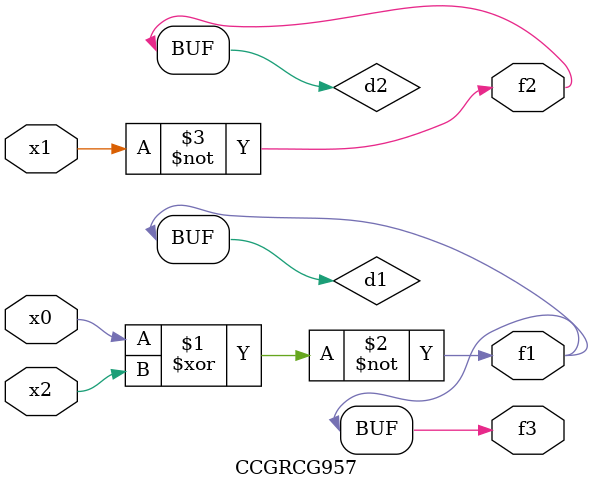
<source format=v>
module CCGRCG957(
	input x0, x1, x2,
	output f1, f2, f3
);

	wire d1, d2, d3;

	xnor (d1, x0, x2);
	nand (d2, x1);
	nor (d3, x1, x2);
	assign f1 = d1;
	assign f2 = d2;
	assign f3 = d1;
endmodule

</source>
